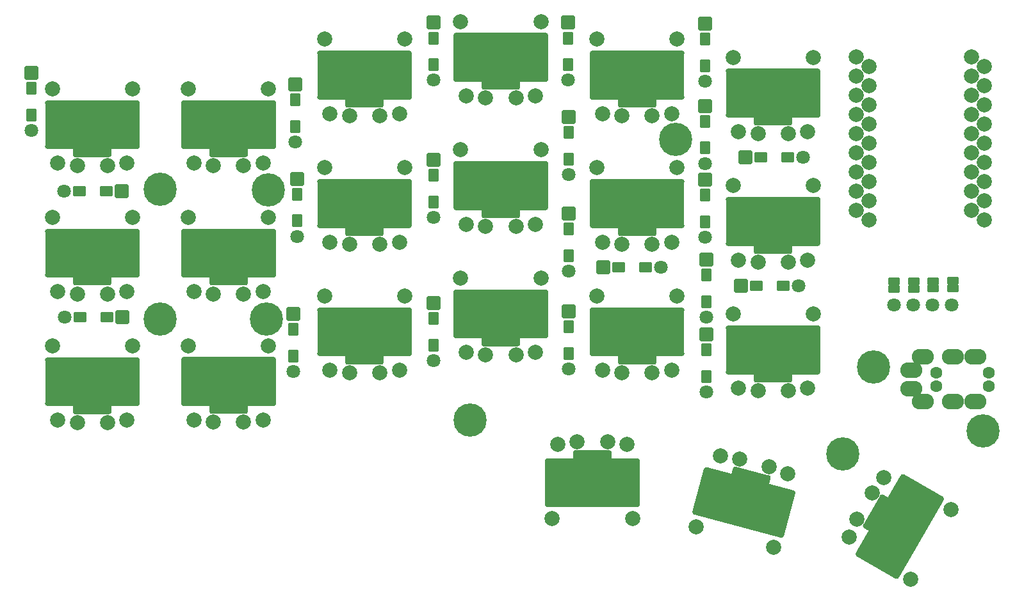
<source format=gbs>
G04 #@! TF.GenerationSoftware,KiCad,Pcbnew,(6.0.7)*
G04 #@! TF.CreationDate,2022-09-10T18:50:33+02:00*
G04 #@! TF.ProjectId,chococorne,63686f63-6f63-46f7-926e-652e6b696361,2.1*
G04 #@! TF.SameCoordinates,Original*
G04 #@! TF.FileFunction,Soldermask,Bot*
G04 #@! TF.FilePolarity,Negative*
%FSLAX46Y46*%
G04 Gerber Fmt 4.6, Leading zero omitted, Abs format (unit mm)*
G04 Created by KiCad (PCBNEW (6.0.7)) date 2022-09-10 18:50:33*
%MOMM*%
%LPD*%
G01*
G04 APERTURE LIST*
G04 Aperture macros list*
%AMRoundRect*
0 Rectangle with rounded corners*
0 $1 Rounding radius*
0 $2 $3 $4 $5 $6 $7 $8 $9 X,Y pos of 4 corners*
0 Add a 4 corners polygon primitive as box body*
4,1,4,$2,$3,$4,$5,$6,$7,$8,$9,$2,$3,0*
0 Add four circle primitives for the rounded corners*
1,1,$1+$1,$2,$3*
1,1,$1+$1,$4,$5*
1,1,$1+$1,$6,$7*
1,1,$1+$1,$8,$9*
0 Add four rect primitives between the rounded corners*
20,1,$1+$1,$2,$3,$4,$5,0*
20,1,$1+$1,$4,$5,$6,$7,0*
20,1,$1+$1,$6,$7,$8,$9,0*
20,1,$1+$1,$8,$9,$2,$3,0*%
%AMHorizOval*
0 Thick line with rounded ends*
0 $1 width*
0 $2 $3 position (X,Y) of the first rounded end (center of the circle)*
0 $4 $5 position (X,Y) of the second rounded end (center of the circle)*
0 Add line between two ends*
20,1,$1,$2,$3,$4,$5,0*
0 Add two circle primitives to create the rounded ends*
1,1,$1,$2,$3*
1,1,$1,$4,$5*%
G04 Aperture macros list end*
%ADD10RoundRect,0.200000X-0.698500X0.698500X-0.698500X-0.698500X0.698500X-0.698500X0.698500X0.698500X0*%
%ADD11RoundRect,0.200000X-0.475000X0.650000X-0.475000X-0.650000X0.475000X-0.650000X0.475000X0.650000X0*%
%ADD12C,1.797000*%
%ADD13RoundRect,0.200000X-0.698500X-0.698500X0.698500X-0.698500X0.698500X0.698500X-0.698500X0.698500X0*%
%ADD14RoundRect,0.200000X-0.650000X-0.475000X0.650000X-0.475000X0.650000X0.475000X-0.650000X0.475000X0*%
%ADD15C,1.600000*%
%ADD16O,2.900000X2.100000*%
%ADD17O,1.400000X6.300000*%
%ADD18O,0.700000X6.500000*%
%ADD19O,12.250000X6.300000*%
%ADD20O,5.100000X1.400000*%
%ADD21O,12.500000X0.700000*%
%ADD22O,5.100000X0.700000*%
%ADD23O,0.700000X1.600000*%
%ADD24C,2.000000*%
%ADD25HorizOval,0.700000X-0.750575X-2.801185X0.750575X2.801185X0*%
%ADD26HorizOval,0.700000X-5.698962X1.527032X5.698962X-1.527032X0*%
%ADD27HorizOval,6.300000X-2.873629X0.769987X2.873629X-0.769987X0*%
%ADD28HorizOval,1.400000X0.634107X2.366518X-0.634107X-2.366518X0*%
%ADD29HorizOval,1.400000X-1.786963X0.478815X1.786963X-0.478815X0*%
%ADD30HorizOval,0.700000X-0.116469X-0.434667X0.116469X0.434667X0*%
%ADD31HorizOval,0.700000X-2.125037X0.569402X2.125037X-0.569402X0*%
%ADD32HorizOval,1.400000X-2.121762X1.225000X2.121762X-1.225000X0*%
%ADD33HorizOval,0.700000X2.511474X-1.450000X-2.511474X1.450000X0*%
%ADD34HorizOval,0.700000X-2.950000X-5.109550X2.950000X5.109550X0*%
%ADD35HorizOval,6.300000X-1.487500X-2.576426X1.487500X2.576426X0*%
%ADD36HorizOval,1.400000X-0.925000X-1.602147X0.925000X1.602147X0*%
%ADD37HorizOval,0.700000X-1.100000X-1.905256X1.100000X1.905256X0*%
%ADD38HorizOval,0.700000X0.389711X-0.225000X-0.389711X0.225000X0*%
%ADD39RoundRect,0.200000X0.698500X0.698500X-0.698500X0.698500X-0.698500X-0.698500X0.698500X-0.698500X0*%
%ADD40RoundRect,0.200000X0.650000X0.475000X-0.650000X0.475000X-0.650000X-0.475000X0.650000X-0.475000X0*%
%ADD41C,4.400000*%
%ADD42RoundRect,0.200000X-0.571500X0.317500X-0.571500X-0.317500X0.571500X-0.317500X0.571500X0.317500X0*%
G04 APERTURE END LIST*
D10*
X94750000Y-60230000D03*
D11*
X94750000Y-62265000D03*
D12*
X94750000Y-67850000D03*
D11*
X94750000Y-65815000D03*
D10*
X113030000Y-52070000D03*
D11*
X113030000Y-54105000D03*
X113030000Y-57655000D03*
D12*
X113030000Y-59690000D03*
D10*
X130810000Y-52070000D03*
D11*
X130810000Y-54105000D03*
X130810000Y-57655000D03*
D12*
X130810000Y-59690000D03*
D10*
X148890000Y-52210000D03*
D11*
X148890000Y-54245000D03*
D12*
X148890000Y-59830000D03*
D11*
X148890000Y-57795000D03*
X148900000Y-65115000D03*
D10*
X148900000Y-63080000D03*
D11*
X148900000Y-68665000D03*
D12*
X148900000Y-70700000D03*
D11*
X94980000Y-74765000D03*
D10*
X94980000Y-72730000D03*
D11*
X94980000Y-78315000D03*
D12*
X94980000Y-80350000D03*
D11*
X113030000Y-72250000D03*
D10*
X113030000Y-70215000D03*
D11*
X113030000Y-75800000D03*
D12*
X113030000Y-77835000D03*
D10*
X130920000Y-64550000D03*
D11*
X130920000Y-66585000D03*
X130920000Y-70135000D03*
D12*
X130920000Y-72170000D03*
D13*
X154260000Y-69890000D03*
D14*
X156295000Y-69890000D03*
X159845000Y-69890000D03*
D12*
X161880000Y-69890000D03*
D10*
X148950000Y-72865000D03*
D11*
X148950000Y-74900000D03*
X148950000Y-78450000D03*
D12*
X148950000Y-80485000D03*
D11*
X94480000Y-92700000D03*
D10*
X94480000Y-90665000D03*
D12*
X94480000Y-98285000D03*
D11*
X94480000Y-96250000D03*
X113030000Y-91250000D03*
D10*
X113030000Y-89215000D03*
D11*
X113030000Y-94800000D03*
D12*
X113030000Y-96835000D03*
D10*
X130890000Y-77370000D03*
D11*
X130890000Y-79405000D03*
X130890000Y-82955000D03*
D12*
X130890000Y-84990000D03*
D13*
X153640000Y-86910000D03*
D14*
X155675000Y-86910000D03*
X159225000Y-86910000D03*
D12*
X161260000Y-86910000D03*
D11*
X149050000Y-85465000D03*
D10*
X149050000Y-83430000D03*
D12*
X149050000Y-91050000D03*
D11*
X149050000Y-89015000D03*
D14*
X137495000Y-84480000D03*
D13*
X135460000Y-84480000D03*
D14*
X141045000Y-84480000D03*
D12*
X143080000Y-84480000D03*
D10*
X130910000Y-90260000D03*
D11*
X130910000Y-92295000D03*
X130910000Y-95845000D03*
D12*
X130910000Y-97880000D03*
D11*
X149050000Y-95345000D03*
D10*
X149050000Y-93310000D03*
D11*
X149050000Y-98895000D03*
D12*
X149050000Y-100930000D03*
D15*
X186460000Y-100170000D03*
X179460000Y-98420000D03*
X186460000Y-98420000D03*
X179460000Y-100170000D03*
D16*
X176160000Y-98070000D03*
X176160000Y-100520000D03*
X184660000Y-96320000D03*
X184660000Y-102270000D03*
X181660000Y-102270000D03*
X181660000Y-96320000D03*
X177660000Y-102270000D03*
X177660000Y-96320000D03*
D17*
X81710000Y-65580000D03*
X80550000Y-65580000D03*
D18*
X91810000Y-65580000D03*
D17*
X81320000Y-65580000D03*
D19*
X85910000Y-65580000D03*
D20*
X85910000Y-69080000D03*
D18*
X80010000Y-65580000D03*
D17*
X91270000Y-65580000D03*
X90500000Y-65580000D03*
D21*
X85910000Y-62680000D03*
D22*
X85910000Y-69530000D03*
D23*
X83710000Y-69080000D03*
D17*
X90110000Y-65580000D03*
D21*
X85910000Y-68480000D03*
D23*
X88110000Y-69080000D03*
D24*
X90490000Y-70680000D03*
X81330000Y-70680000D03*
X83910000Y-70980000D03*
X87910000Y-70980000D03*
X91210000Y-60830000D03*
X80610000Y-60830000D03*
D23*
X106110000Y-62520000D03*
D19*
X103910000Y-59020000D03*
D17*
X109270000Y-59020000D03*
X98550000Y-59020000D03*
D18*
X109810000Y-59020000D03*
D20*
X103910000Y-62520000D03*
D17*
X108110000Y-59020000D03*
X99320000Y-59020000D03*
D21*
X103910000Y-56120000D03*
D18*
X98010000Y-59020000D03*
D17*
X108500000Y-59020000D03*
X99710000Y-59020000D03*
D23*
X101710000Y-62520000D03*
D22*
X103910000Y-62970000D03*
D21*
X103910000Y-61920000D03*
D24*
X108490000Y-64120000D03*
X99330000Y-64120000D03*
X105910000Y-64420000D03*
X101910000Y-64420000D03*
X109210000Y-54270000D03*
X98610000Y-54270000D03*
D17*
X127270000Y-56660000D03*
D18*
X127810000Y-56660000D03*
D19*
X121910000Y-56660000D03*
D17*
X117710000Y-56660000D03*
X116550000Y-56660000D03*
D22*
X121910000Y-60610000D03*
D17*
X126110000Y-56660000D03*
D21*
X121910000Y-53760000D03*
X121910000Y-59560000D03*
D17*
X117320000Y-56660000D03*
D18*
X116010000Y-56660000D03*
D17*
X126500000Y-56660000D03*
D23*
X124110000Y-60160000D03*
X119710000Y-60160000D03*
D20*
X121910000Y-60160000D03*
D24*
X126490000Y-61760000D03*
X117330000Y-61760000D03*
X119910000Y-62060000D03*
X123910000Y-62060000D03*
X127210000Y-51910000D03*
X116610000Y-51910000D03*
D17*
X144500000Y-59020000D03*
D21*
X139910000Y-61920000D03*
D22*
X139910000Y-62970000D03*
D23*
X137710000Y-62520000D03*
D18*
X134010000Y-59020000D03*
D17*
X135320000Y-59020000D03*
X134550000Y-59020000D03*
D20*
X139910000Y-62520000D03*
D23*
X142110000Y-62520000D03*
D18*
X145810000Y-59020000D03*
D21*
X139910000Y-56120000D03*
D17*
X144110000Y-59020000D03*
D19*
X139910000Y-59020000D03*
D17*
X145270000Y-59020000D03*
X135710000Y-59020000D03*
D24*
X135330000Y-64120000D03*
X144490000Y-64120000D03*
X141910000Y-64420000D03*
X137910000Y-64420000D03*
X145210000Y-54270000D03*
X134610000Y-54270000D03*
D19*
X157910000Y-61400000D03*
D17*
X162110000Y-61400000D03*
D20*
X157910000Y-64900000D03*
D17*
X152550000Y-61400000D03*
D18*
X152010000Y-61400000D03*
D21*
X157910000Y-64300000D03*
D17*
X153710000Y-61400000D03*
D23*
X155710000Y-64900000D03*
D22*
X157910000Y-65350000D03*
D18*
X163810000Y-61400000D03*
D23*
X160110000Y-64900000D03*
D17*
X153320000Y-61400000D03*
X162500000Y-61400000D03*
X163270000Y-61400000D03*
D21*
X157910000Y-58500000D03*
D24*
X162490000Y-66500000D03*
X153330000Y-66500000D03*
X159910000Y-66800000D03*
X155910000Y-66800000D03*
X163210000Y-56650000D03*
X152610000Y-56650000D03*
D18*
X91810000Y-82580000D03*
D21*
X85910000Y-79680000D03*
D17*
X90110000Y-82580000D03*
X81710000Y-82580000D03*
X80550000Y-82580000D03*
X91270000Y-82580000D03*
D18*
X80010000Y-82580000D03*
D21*
X85910000Y-85480000D03*
D17*
X90500000Y-82580000D03*
X81320000Y-82580000D03*
D19*
X85910000Y-82580000D03*
D23*
X83710000Y-86080000D03*
D20*
X85910000Y-86080000D03*
D23*
X88110000Y-86080000D03*
D22*
X85910000Y-86530000D03*
D24*
X90490000Y-87680000D03*
X81330000Y-87680000D03*
X83910000Y-87980000D03*
X87910000Y-87980000D03*
X91210000Y-77830000D03*
X80610000Y-77830000D03*
D22*
X103910000Y-79970000D03*
D21*
X103910000Y-73120000D03*
D19*
X103910000Y-76020000D03*
D17*
X99710000Y-76020000D03*
X108500000Y-76020000D03*
X99320000Y-76020000D03*
D20*
X103910000Y-79520000D03*
D18*
X98010000Y-76020000D03*
D17*
X108110000Y-76020000D03*
D21*
X103910000Y-78920000D03*
D23*
X101710000Y-79520000D03*
D18*
X109810000Y-76020000D03*
D23*
X106110000Y-79520000D03*
D17*
X98550000Y-76020000D03*
X109270000Y-76020000D03*
D24*
X108490000Y-81120000D03*
X99330000Y-81120000D03*
X105910000Y-81420000D03*
X101910000Y-81420000D03*
X109210000Y-71270000D03*
X98610000Y-71270000D03*
D17*
X126110000Y-73650000D03*
D23*
X124110000Y-77150000D03*
D18*
X116010000Y-73650000D03*
D22*
X121910000Y-77600000D03*
D20*
X121910000Y-77150000D03*
D17*
X117320000Y-73650000D03*
X126500000Y-73650000D03*
X116550000Y-73650000D03*
X117710000Y-73650000D03*
D19*
X121910000Y-73650000D03*
D21*
X121910000Y-70750000D03*
D18*
X127810000Y-73650000D03*
D23*
X119710000Y-77150000D03*
D17*
X127270000Y-73650000D03*
D21*
X121910000Y-76550000D03*
D24*
X126490000Y-78750000D03*
X117330000Y-78750000D03*
X119910000Y-79050000D03*
X123910000Y-79050000D03*
X127210000Y-68900000D03*
X116610000Y-68900000D03*
D17*
X144500000Y-76020000D03*
D21*
X139910000Y-73120000D03*
D17*
X135710000Y-76020000D03*
D18*
X145810000Y-76020000D03*
D17*
X144110000Y-76020000D03*
D21*
X139910000Y-78920000D03*
D18*
X134010000Y-76020000D03*
D20*
X139910000Y-79520000D03*
D23*
X137710000Y-79520000D03*
X142110000Y-79520000D03*
D17*
X134550000Y-76020000D03*
D22*
X139910000Y-79970000D03*
D17*
X135320000Y-76020000D03*
X145270000Y-76020000D03*
D19*
X139910000Y-76020000D03*
D24*
X135330000Y-81120000D03*
X144490000Y-81120000D03*
X137910000Y-81420000D03*
X141910000Y-81420000D03*
X145210000Y-71270000D03*
X134610000Y-71270000D03*
D17*
X163270000Y-78400000D03*
X152550000Y-78400000D03*
D18*
X152010000Y-78400000D03*
D17*
X153320000Y-78400000D03*
D23*
X160110000Y-81900000D03*
X155710000Y-81900000D03*
D22*
X157910000Y-82350000D03*
D20*
X157910000Y-81900000D03*
D17*
X162110000Y-78400000D03*
X153710000Y-78400000D03*
D21*
X157910000Y-81300000D03*
X157910000Y-75500000D03*
D17*
X162500000Y-78400000D03*
D19*
X157910000Y-78400000D03*
D18*
X163810000Y-78400000D03*
D24*
X153330000Y-83500000D03*
X162490000Y-83500000D03*
X159910000Y-83800000D03*
X155910000Y-83800000D03*
X163210000Y-73650000D03*
X152610000Y-73650000D03*
D17*
X81710000Y-99585000D03*
D20*
X85910000Y-103085000D03*
D22*
X85910000Y-103535000D03*
D17*
X80550000Y-99585000D03*
D23*
X88110000Y-103085000D03*
D18*
X80010000Y-99585000D03*
D17*
X81320000Y-99585000D03*
D21*
X85910000Y-102485000D03*
D17*
X90500000Y-99585000D03*
X90110000Y-99585000D03*
D19*
X85910000Y-99585000D03*
D18*
X91810000Y-99585000D03*
D21*
X85910000Y-96685000D03*
D23*
X83710000Y-103085000D03*
D17*
X91270000Y-99585000D03*
D24*
X90490000Y-104685000D03*
X81330000Y-104685000D03*
X87910000Y-104985000D03*
X83910000Y-104985000D03*
X91210000Y-94835000D03*
X80610000Y-94835000D03*
D17*
X109270000Y-93025000D03*
D18*
X109810000Y-93025000D03*
D20*
X103910000Y-96525000D03*
D17*
X98550000Y-93025000D03*
D22*
X103910000Y-96975000D03*
D18*
X98010000Y-93025000D03*
D17*
X108110000Y-93025000D03*
D23*
X106110000Y-96525000D03*
D21*
X103910000Y-90125000D03*
D17*
X99320000Y-93025000D03*
X99710000Y-93025000D03*
D19*
X103910000Y-93025000D03*
D23*
X101710000Y-96525000D03*
D21*
X103910000Y-95925000D03*
D17*
X108500000Y-93025000D03*
D24*
X99330000Y-98125000D03*
X108490000Y-98125000D03*
X101910000Y-98425000D03*
X105910000Y-98425000D03*
X109210000Y-88275000D03*
X98610000Y-88275000D03*
D23*
X124110000Y-94150000D03*
D21*
X121910000Y-87750000D03*
D20*
X121910000Y-94150000D03*
D17*
X117710000Y-90650000D03*
X116550000Y-90650000D03*
X117320000Y-90650000D03*
X127270000Y-90650000D03*
D18*
X127810000Y-90650000D03*
D17*
X126110000Y-90650000D03*
D18*
X116010000Y-90650000D03*
D17*
X126500000Y-90650000D03*
D23*
X119710000Y-94150000D03*
D19*
X121910000Y-90650000D03*
D21*
X121910000Y-93550000D03*
D22*
X121910000Y-94600000D03*
D24*
X117330000Y-95750000D03*
X126490000Y-95750000D03*
X123910000Y-96050000D03*
X119910000Y-96050000D03*
X127210000Y-85900000D03*
X116610000Y-85900000D03*
D18*
X134010000Y-93025000D03*
D23*
X142110000Y-96525000D03*
D21*
X139910000Y-95925000D03*
D22*
X139910000Y-96975000D03*
D17*
X135710000Y-93025000D03*
X145270000Y-93025000D03*
X135320000Y-93025000D03*
D18*
X145810000Y-93025000D03*
D17*
X134550000Y-93025000D03*
D20*
X139910000Y-96525000D03*
D21*
X139910000Y-90125000D03*
D17*
X144500000Y-93025000D03*
D23*
X137710000Y-96525000D03*
D19*
X139910000Y-93025000D03*
D17*
X144110000Y-93025000D03*
D24*
X135330000Y-98125000D03*
X144490000Y-98125000D03*
X137910000Y-98425000D03*
X141910000Y-98425000D03*
X145210000Y-88275000D03*
X134610000Y-88275000D03*
D21*
X157910000Y-98300000D03*
D23*
X155710000Y-98900000D03*
D21*
X157910000Y-92500000D03*
D22*
X157910000Y-99350000D03*
D17*
X153320000Y-95400000D03*
D19*
X157910000Y-95400000D03*
D23*
X160110000Y-98900000D03*
D17*
X153710000Y-95400000D03*
D18*
X163810000Y-95400000D03*
X152010000Y-95400000D03*
D17*
X163270000Y-95400000D03*
X162110000Y-95400000D03*
D20*
X157910000Y-98900000D03*
D17*
X152550000Y-95400000D03*
X162500000Y-95400000D03*
D24*
X153330000Y-100500000D03*
X162490000Y-100500000D03*
X159910000Y-100800000D03*
X155910000Y-100800000D03*
X163210000Y-90650000D03*
X152610000Y-90650000D03*
D18*
X128110000Y-112990000D03*
D17*
X129810000Y-112990000D03*
X129420000Y-112990000D03*
D22*
X134010000Y-109040000D03*
D23*
X131810000Y-109490000D03*
D17*
X128650000Y-112990000D03*
D19*
X134010000Y-112990000D03*
D17*
X139370000Y-112990000D03*
D18*
X139910000Y-112990000D03*
D21*
X134010000Y-110090000D03*
D17*
X138600000Y-112990000D03*
X138210000Y-112990000D03*
D21*
X134010000Y-115890000D03*
D23*
X136210000Y-109490000D03*
D20*
X134010000Y-109490000D03*
D24*
X129430000Y-107890000D03*
X138590000Y-107890000D03*
X132010000Y-107590000D03*
X136010000Y-107590000D03*
X128710000Y-117740000D03*
X139310000Y-117740000D03*
D25*
X159758962Y-117107032D03*
D26*
X154810575Y-112778815D03*
D27*
X154060000Y-115580000D03*
D28*
X149626400Y-114392021D03*
D29*
X154965867Y-112199260D03*
D30*
X152840830Y-111629858D03*
X157090903Y-112768662D03*
D28*
X158493600Y-116767979D03*
X148882638Y-114192730D03*
X150003112Y-114492960D03*
D25*
X148361038Y-114052968D03*
D28*
X159237362Y-116967270D03*
D26*
X153309425Y-118381185D03*
D28*
X158116888Y-116667040D03*
D31*
X155082335Y-111764593D03*
D24*
X159803917Y-111839170D03*
X150956037Y-109468387D03*
X157389474Y-110881639D03*
X153525771Y-109846362D03*
X147711203Y-118796407D03*
X157950016Y-121539889D03*
D32*
X176955000Y-114814943D03*
X171980000Y-123431896D03*
X172365000Y-122765057D03*
D33*
X177610000Y-113680450D03*
D34*
X177171474Y-120240000D03*
D35*
X174660000Y-118790000D03*
D32*
X177340000Y-114148104D03*
D36*
X171628911Y-117040000D03*
D33*
X171710000Y-123899550D03*
D37*
X171239200Y-116815000D03*
D32*
X172560000Y-122427307D03*
D38*
X172728911Y-115134744D03*
X170528911Y-118945256D03*
D32*
X176760000Y-115152693D03*
D34*
X172148526Y-117340000D03*
D24*
X172533270Y-112273604D03*
X167953270Y-120206396D03*
X170983463Y-114357949D03*
X168983463Y-117822051D03*
X176123621Y-125754935D03*
X181423621Y-116575065D03*
D39*
X71770000Y-74350000D03*
D40*
X69735000Y-74350000D03*
D12*
X64150000Y-74350000D03*
D40*
X66185000Y-74350000D03*
X69825000Y-91050000D03*
D39*
X71860000Y-91050000D03*
D12*
X64240000Y-91050000D03*
D40*
X66275000Y-91050000D03*
D21*
X67910000Y-79680000D03*
D17*
X72110000Y-82580000D03*
D19*
X67910000Y-82580000D03*
D17*
X72500000Y-82580000D03*
D18*
X73810000Y-82580000D03*
D17*
X63320000Y-82580000D03*
D20*
X67910000Y-86080000D03*
D17*
X62550000Y-82580000D03*
D23*
X70110000Y-86080000D03*
D22*
X67910000Y-86530000D03*
D21*
X67910000Y-85480000D03*
D23*
X65710000Y-86080000D03*
D18*
X62010000Y-82580000D03*
D17*
X73270000Y-82580000D03*
X63710000Y-82580000D03*
D24*
X63330000Y-87680000D03*
X72490000Y-87680000D03*
X69910000Y-87980000D03*
X65910000Y-87980000D03*
X73210000Y-77830000D03*
X62610000Y-77830000D03*
D20*
X67910000Y-103100000D03*
D18*
X62010000Y-99600000D03*
D23*
X65710000Y-103100000D03*
D17*
X63320000Y-99600000D03*
X73270000Y-99600000D03*
D19*
X67910000Y-99600000D03*
D23*
X70110000Y-103100000D03*
D21*
X67910000Y-96700000D03*
D17*
X63710000Y-99600000D03*
X72500000Y-99600000D03*
X72110000Y-99600000D03*
D18*
X73810000Y-99600000D03*
D22*
X67910000Y-103550000D03*
D21*
X67910000Y-102500000D03*
D17*
X62550000Y-99600000D03*
D24*
X63330000Y-104700000D03*
X72490000Y-104700000D03*
X69910000Y-105000000D03*
X65910000Y-105000000D03*
X73210000Y-94850000D03*
X62610000Y-94850000D03*
D17*
X72500000Y-65580000D03*
X63320000Y-65580000D03*
X72110000Y-65580000D03*
D18*
X62010000Y-65580000D03*
X73810000Y-65580000D03*
D22*
X67910000Y-69530000D03*
D23*
X70110000Y-69080000D03*
D19*
X67910000Y-65580000D03*
D23*
X65710000Y-69080000D03*
D17*
X62550000Y-65580000D03*
D21*
X67910000Y-68480000D03*
X67910000Y-62680000D03*
D20*
X67910000Y-69080000D03*
D17*
X73270000Y-65580000D03*
X63710000Y-65580000D03*
D24*
X72490000Y-70680000D03*
X63330000Y-70680000D03*
X69910000Y-70980000D03*
X65910000Y-70980000D03*
X73210000Y-60830000D03*
X62610000Y-60830000D03*
D12*
X173930000Y-89440000D03*
X176470000Y-89440000D03*
X179010000Y-89440000D03*
X181550000Y-89440000D03*
D41*
X171180000Y-97630000D03*
X185680000Y-106130000D03*
D11*
X59820000Y-60745000D03*
D10*
X59820000Y-58710000D03*
D12*
X59820000Y-66330000D03*
D11*
X59820000Y-64295000D03*
D41*
X91180000Y-74180000D03*
X145020000Y-67520000D03*
X76870000Y-74150000D03*
X117820000Y-104650000D03*
X167140000Y-109200000D03*
X76870000Y-91290000D03*
X90950000Y-91280000D03*
D24*
X184150000Y-56642000D03*
X184150000Y-59182000D03*
X184150000Y-61722000D03*
X184150000Y-64262000D03*
X184150000Y-66802000D03*
X184150000Y-69342000D03*
X184150000Y-71882000D03*
X184150000Y-74422000D03*
X184150000Y-76962000D03*
X168910000Y-76962000D03*
X168910000Y-74422000D03*
X168910000Y-71882000D03*
X168910000Y-69342000D03*
X168910000Y-66802000D03*
X168910000Y-64262000D03*
X168910000Y-61722000D03*
X168910000Y-56642000D03*
X168910000Y-59182000D03*
D42*
X176480000Y-86309620D03*
X176480000Y-87310380D03*
X173930000Y-86339220D03*
X173930000Y-87339980D03*
X181640000Y-86259620D03*
X181640000Y-87260380D03*
X179060000Y-86279620D03*
X179060000Y-87280380D03*
D24*
X170561000Y-57912000D03*
X170561000Y-60452000D03*
X170561000Y-62992000D03*
X170561000Y-65532000D03*
X170561000Y-68072000D03*
X170561000Y-70612000D03*
X170561000Y-73152000D03*
X170561000Y-75692000D03*
X170561000Y-78232000D03*
X185801000Y-78232000D03*
X185801000Y-75692000D03*
X185801000Y-73152000D03*
X185801000Y-70612000D03*
X185801000Y-68072000D03*
X185801000Y-65532000D03*
X185801000Y-62992000D03*
X185801000Y-57912000D03*
X185801000Y-60452000D03*
M02*

</source>
